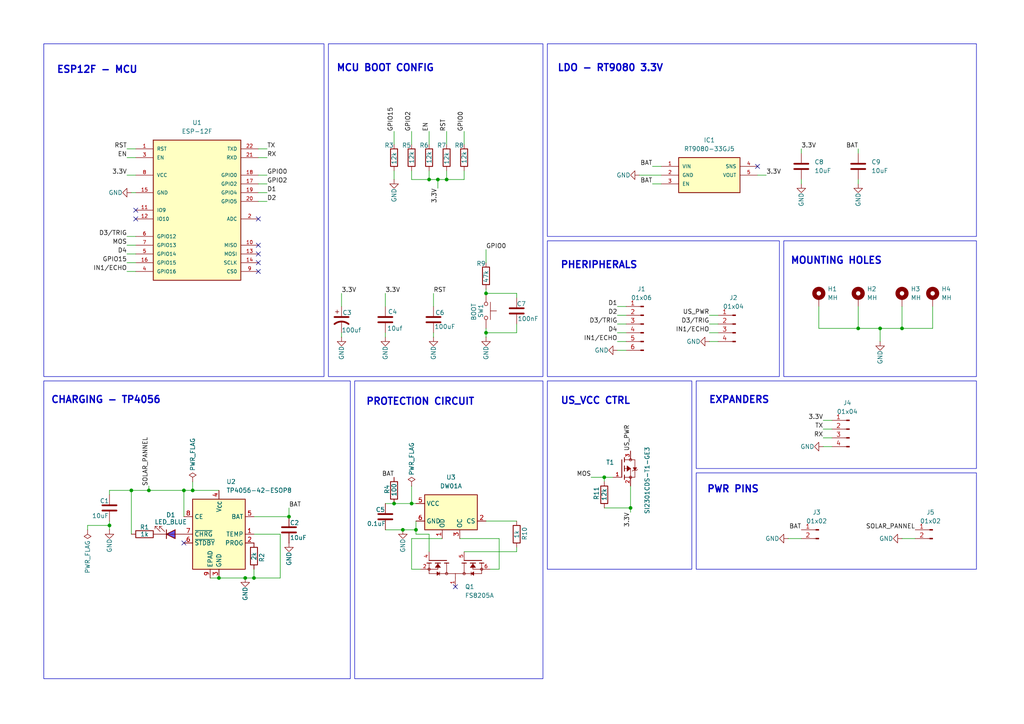
<source format=kicad_sch>
(kicad_sch (version 20250114) (generator "eeschema") (generator_version "9.0")
  (paper "A4")
  (title_block (title "TwinNode: Low-Power Water Level Monitor") (date "2026-01-01") (rev "V2") (company "Company : Collaboration") (comment 1 "Outdoor Node "))
  (lib_symbols
    (symbol "Battery_Management:DW01A"
      (property "Reference" "U" (at -6.604 6.35 0))
      (property "Value" "DW01A" (at 4.318 6.604 0))
      (symbol "DW01A_0_1"
        (pin power_in line (at -10.16 2.54 0) (length 2.54) (name "VCC") (number "5"))
        (pin power_in line (at -10.16 -2.54 0) (length 2.54) (name "GND") (number "6"))
        (pin output line (at -2.54 -7.62 90) (length 2.54) (name "OD") (number "1"))
        (pin output line (at 2.54 -7.62 90) (length 2.54) (name "OC") (number "3"))
        (pin input line (at 10.16 -2.54 180) (length 2.54) (name "CS") (number "2"))
      )
      (symbol "DW01A_1_1"
        (rectangle (start -7.62 5.08) (end 7.62 -5.08) (stroke (width 0.254)) (fill (type background)))
        (pin no_connect line (at 10.16 2.54 180) (length 2.54) (hide yes) (name "TD") (number "4"))
      )
    )
    (symbol "Battery_Management:TP4056-42-ESOP8"
      (property "Reference" "U" (at -6.604 11.684 0))
      (property "Value" "TP4056-42-ESOP8" (at 10.16 11.684 0))
      (symbol "TP4056-42-ESOP8_1_0"
        (pin input line (at -10.16 5.08 0) (length 2.54) (name "CE") (number "8"))
        (pin open_collector line (at -10.16 0 0) (length 2.54) (name "~{CHRG}") (number "7"))
        (pin open_collector line (at -10.16 -2.54 0) (length 2.54) (name "~{STDBY}") (number "6"))
        (pin passive line (at -2.54 -12.7 90) (length 2.54) (name "EPAD") (number "9"))
        (pin power_in line (at 0 12.7 270) (length 2.54) (name "V_{CC}") (number "4"))
        (pin power_in line (at 0 -12.7 90) (length 2.54) (name "GND") (number "3"))
        (pin power_out line (at 10.16 5.08 180) (length 2.54) (name "BAT") (number "5"))
        (pin input line (at 10.16 0 180) (length 2.54) (name "TEMP") (number "1"))
        (pin passive line (at 10.16 -2.54 180) (length 2.54) (name "PROG") (number "2"))
      )
      (symbol "TP4056-42-ESOP8_1_1"
        (rectangle (start -7.62 10.16) (end 7.62 -10.16) (stroke (width 0.254)) (fill (type background)))
      )
    )
    (symbol "Connector:Conn_01x02_Pin" (pin_names (offset 1.016) (hide yes))
      (property "Reference" "J" (at 0 2.54 0))
      (property "Value" "Conn_01x02_Pin" (at 0 -5.08 0))
      (symbol "Conn_01x02_Pin_1_1"
        (rectangle (start 0.8636 0.127) (end 0 -0.127) (stroke (width 0.1524)) (fill (type outline)))
        (rectangle (start 0.8636 -2.413) (end 0 -2.667) (stroke (width 0.1524)) (fill (type outline)))
        (polyline (pts (xy 1.27 0) (xy 0.8636 0)) (stroke (width 0.1524)))
        (polyline (pts (xy 1.27 -2.54) (xy 0.8636 -2.54)) (stroke (width 0.1524)))
        (pin passive line (at 5.08 0 180) (length 3.81) (name "Pin_1") (number "1"))
        (pin passive line (at 5.08 -2.54 180) (length 3.81) (name "Pin_2") (number "2"))
      )
    )
    (symbol "Connector:Conn_01x04_Pin" (pin_names (offset 1.016) (hide yes))
      (property "Reference" "J" (at 0 5.08 0))
      (property "Value" "Conn_01x04_Pin" (at 0 -7.62 0))
      (symbol "Conn_01x04_Pin_1_1"
        (rectangle (start 0.8636 2.667) (end 0 2.413) (stroke (width 0.1524)) (fill (type outline)))
        (rectangle (start 0.8636 0.127) (end 0 -0.127) (stroke (width 0.1524)) (fill (type outline)))
        (rectangle (start 0.8636 -2.413) (end 0 -2.667) (stroke (width 0.1524)) (fill (type outline)))
        (rectangle (start 0.8636 -4.953) (end 0 -5.207) (stroke (width 0.1524)) (fill (type outline)))
        (polyline (pts (xy 1.27 2.54) (xy 0.8636 2.54)) (stroke (width 0.1524)))
        (polyline (pts (xy 1.27 0) (xy 0.8636 0)) (stroke (width 0.1524)))
        (polyline (pts (xy 1.27 -2.54) (xy 0.8636 -2.54)) (stroke (width 0.1524)))
        (polyline (pts (xy 1.27 -5.08) (xy 0.8636 -5.08)) (stroke (width 0.1524)))
        (pin passive line (at 5.08 2.54 180) (length 3.81) (name "Pin_1") (number "1"))
        (pin passive line (at 5.08 0 180) (length 3.81) (name "Pin_2") (number "2"))
        (pin passive line (at 5.08 -2.54 180) (length 3.81) (name "Pin_3") (number "3"))
        (pin passive line (at 5.08 -5.08 180) (length 3.81) (name "Pin_4") (number "4"))
      )
    )
    (symbol "Connector:Conn_01x06_Pin" (pin_names (offset 1.016) (hide yes))
      (property "Reference" "J" (at 0 7.62 0))
      (property "Value" "Conn_01x06_Pin" (at 0 -10.16 0))
      (symbol "Conn_01x06_Pin_1_1"
        (rectangle (start 0.8636 5.207) (end 0 4.953) (stroke (width 0.1524)) (fill (type outline)))
        (rectangle (start 0.8636 2.667) (end 0 2.413) (stroke (width 0.1524)) (fill (type outline)))
        (rectangle (start 0.8636 0.127) (end 0 -0.127) (stroke (width 0.1524)) (fill (type outline)))
        (rectangle (start 0.8636 -2.413) (end 0 -2.667) (stroke (width 0.1524)) (fill (type outline)))
        (rectangle (start 0.8636 -4.953) (end 0 -5.207) (stroke (width 0.1524)) (fill (type outline)))
        (rectangle (start 0.8636 -7.493) (end 0 -7.747) (stroke (width 0.1524)) (fill (type outline)))
        (polyline (pts (xy 1.27 5.08) (xy 0.8636 5.08)) (stroke (width 0.1524)))
        (polyline (pts (xy 1.27 2.54) (xy 0.8636 2.54)) (stroke (width 0.1524)))
        (polyline (pts (xy 1.27 0) (xy 0.8636 0)) (stroke (width 0.1524)))
        (polyline (pts (xy 1.27 -2.54) (xy 0.8636 -2.54)) (stroke (width 0.1524)))
        (polyline (pts (xy 1.27 -5.08) (xy 0.8636 -5.08)) (stroke (width 0.1524)))
        (polyline (pts (xy 1.27 -7.62) (xy 0.8636 -7.62)) (stroke (width 0.1524)))
        (pin passive line (at 5.08 5.08 180) (length 3.81) (name "Pin_1") (number "1"))
        (pin passive line (at 5.08 2.54 180) (length 3.81) (name "Pin_2") (number "2"))
        (pin passive line (at 5.08 0 180) (length 3.81) (name "Pin_3") (number "3"))
        (pin passive line (at 5.08 -2.54 180) (length 3.81) (name "Pin_4") (number "4"))
        (pin passive line (at 5.08 -5.08 180) (length 3.81) (name "Pin_5") (number "5"))
        (pin passive line (at 5.08 -7.62 180) (length 3.81) (name "Pin_6") (number "6"))
      )
    )
    (symbol "Device:C" (pin_numbers (hide yes)) (pin_names (offset 0.254))
      (property "Reference" "C" (at 0.635 2.54 0))
      (property "Value" "C" (at 0.635 -2.54 0))
      (symbol "C_0_1"
        (polyline (pts (xy -2.032 0.762) (xy 2.032 0.762)) (stroke (width 0.508)))
        (polyline (pts (xy -2.032 -0.762) (xy 2.032 -0.762)) (stroke (width 0.508)))
      )
      (symbol "C_1_1"
        (pin passive line (at 0 3.81 270) (length 2.794) (name "~") (number "1"))
        (pin passive line (at 0 -3.81 90) (length 2.794) (name "~") (number "2"))
      )
    )
    (symbol "Device:C_Polarized_US" (pin_numbers (hide yes)) (pin_names (offset 0.254) (hide yes))
      (property "Reference" "C" (at 0.635 2.54 0))
      (property "Value" "C_Polarized_US" (at 0.635 -2.54 0))
      (symbol "C_Polarized_US_0_1"
        (polyline (pts (xy -2.032 0.762) (xy 2.032 0.762)) (stroke (width 0.508)))
        (polyline (pts (xy -1.778 2.286) (xy -0.762 2.286)))
        (polyline (pts (xy -1.27 1.778) (xy -1.27 2.794)))
        (arc (start -2.032 -1.27) (mid 0 -0.5572) (end 2.032 -1.27) (stroke (width 0.508)))
      )
      (symbol "C_Polarized_US_1_1"
        (pin passive line (at 0 3.81 270) (length 2.794) (name "~") (number "1"))
        (pin passive line (at 0 -3.81 90) (length 3.302) (name "~") (number "2"))
      )
    )
    (symbol "Device:LED" (pin_numbers (hide yes)) (pin_names (offset 1.016) (hide yes))
      (property "Reference" "D1" (at 0 -5.588 0))
      (property "Value" "LED_BLUE" (at 0 -3.556 0))
      (symbol "LED_0_1"
        (polyline (pts (xy -3.048 -0.762) (xy -4.572 -2.286) (xy -3.81 -2.286) (xy -4.572 -2.286) (xy -4.572 -1.524)))
        (polyline (pts (xy -1.778 -0.762) (xy -3.302 -2.286) (xy -2.54 -2.286) (xy -3.302 -2.286) (xy -3.302 -1.524)))
        (polyline (pts (xy -1.27 0) (xy 1.27 0)))
        (polyline (pts (xy -1.27 -1.27) (xy -1.27 1.27)) (stroke (width 0.254)))
        (polyline (pts (xy 1.27 -1.27) (xy 1.27 1.27) (xy -1.27 0) (xy 1.27 -1.27)) (stroke (width 0.254)) (fill (type color) (color 0 0 255 0.65)))
      )
      (symbol "LED_1_1"
        (pin passive line (at -3.81 0 0) (length 2.54) (name "K") (number "1"))
        (pin passive line (at 3.81 0 180) (length 2.54) (name "A") (number "2"))
      )
    )
    (symbol "Device:R" (pin_numbers (hide yes)) (pin_names (offset 0))
      (property "Reference" "R" (at 2.032 0 90))
      (property "Value" "R" (at 0 0 90))
      (symbol "R_0_1"
        (rectangle (start -1.016 -2.54) (end 1.016 2.54) (stroke (width 0.254)))
      )
      (symbol "R_1_1"
        (pin passive line (at 0 3.81 270) (length 1.27) (name "~") (number "1"))
        (pin passive line (at 0 -3.81 90) (length 1.27) (name "~") (number "2"))
      )
    )
    (symbol "ESP-12F:ESP-12F" (pin_names (offset 1.016))
      (property "Reference" "U" (at -12.7254 22.9057 0))
      (property "Value" "ESP-12F" (at -12.7237 -22.9026 0))
      (symbol "ESP-12F_0_0"
        (rectangle (start -12.7 -20.32) (end 12.7 20.32) (stroke (width 0.254)) (fill (type background)))
        (pin bidirectional line (at -17.78 17.78 0) (length 5.08) (name "RST") (number "1"))
        (pin bidirectional line (at -17.78 15.24 0) (length 5.08) (name "EN") (number "3"))
        (pin bidirectional line (at -17.78 10.16 0) (length 5.08) (name "VCC") (number "8"))
        (pin bidirectional line (at -17.78 5.08 0) (length 5.08) (name "GND") (number "15"))
        (pin bidirectional line (at -17.78 0 0) (length 5.08) (name "IO9") (number "11"))
        (pin bidirectional line (at -17.78 -2.54 0) (length 5.08) (name "IO10") (number "12"))
        (pin bidirectional line (at -17.78 -7.62 0) (length 5.08) (name "GPIO12") (number "6"))
        (pin bidirectional line (at -17.78 -10.16 0) (length 5.08) (name "GPIO13") (number "7"))
        (pin bidirectional line (at -17.78 -12.7 0) (length 5.08) (name "GPIO14") (number "5"))
        (pin bidirectional line (at -17.78 -15.24 0) (length 5.08) (name "GPIO15") (number "16"))
        (pin bidirectional line (at -17.78 -17.78 0) (length 5.08) (name "GPIO16") (number "4"))
        (pin bidirectional line (at 17.78 17.78 180) (length 5.08) (name "TXD") (number "22"))
        (pin bidirectional line (at 17.78 15.24 180) (length 5.08) (name "RXD") (number "21"))
        (pin bidirectional line (at 17.78 10.16 180) (length 5.08) (name "GPIO0") (number "18"))
        (pin bidirectional line (at 17.78 7.62 180) (length 5.08) (name "GPIO2") (number "17"))
        (pin bidirectional line (at 17.78 5.08 180) (length 5.08) (name "GPIO4") (number "19"))
        (pin bidirectional line (at 17.78 2.54 180) (length 5.08) (name "GPIO5") (number "20"))
        (pin bidirectional line (at 17.78 -2.54 180) (length 5.08) (name "ADC") (number "2"))
        (pin bidirectional line (at 17.78 -10.16 180) (length 5.08) (name "MISO") (number "10"))
        (pin bidirectional line (at 17.78 -12.7 180) (length 5.08) (name "MOSI") (number "13"))
        (pin bidirectional line (at 17.78 -15.24 180) (length 5.08) (name "SCLK") (number "14"))
        (pin bidirectional line (at 17.78 -17.78 180) (length 5.08) (name "CS0") (number "9"))
      )
    )
    (symbol "FS8205A:FS8205A" (pin_names (offset 1.016))
      (property "Reference" "Q" (at -11.43 7.62 0))
      (property "Value" "FS8205A" (at -11.43 -12.7 0))
      (symbol "FS8205A_0_0"
        (polyline (pts (xy -2.54 7.62) (xy -2.54 2.54)) (stroke (width 0.254)))
        (polyline (pts (xy -2.54 -2.54) (xy -2.54 -7.62)) (stroke (width 0.254)))
        (polyline (pts (xy -1.778 8.255) (xy -1.778 7.62)) (stroke (width 0.254)))
        (polyline (pts (xy -1.778 7.62) (xy -1.778 6.985)) (stroke (width 0.254)))
        (polyline (pts (xy -1.778 7.62) (xy 1.27 7.62)) (stroke (width 0.1524)))
        (polyline (pts (xy -1.778 5.842) (xy -1.778 5.08)) (stroke (width 0.254)))
        (polyline (pts (xy -1.778 5.08) (xy -1.778 4.318)) (stroke (width 0.254)))
        (polyline (pts (xy -1.778 5.08) (xy 0 5.08)) (stroke (width 0.1524)))
        (polyline (pts (xy -1.778 3.175) (xy -1.778 2.54)) (stroke (width 0.254)))
        (polyline (pts (xy -1.778 2.54) (xy -1.778 1.905)) (stroke (width 0.254)))
        (polyline (pts (xy -1.778 -1.905) (xy -1.778 -2.54)) (stroke (width 0.254)))
        (polyline (pts (xy -1.778 -2.54) (xy -1.778 -3.175)) (stroke (width 0.254)))
        (polyline (pts (xy -1.778 -2.54) (xy 1.27 -2.54)) (stroke (width 0.1524)))
        (polyline (pts (xy -1.778 -4.318) (xy -1.778 -5.08)) (stroke (width 0.254)))
        (polyline (pts (xy -1.778 -5.08) (xy -1.778 -5.842)) (stroke (width 0.254)))
        (polyline (pts (xy -1.778 -5.08) (xy 0 -5.08)) (stroke (width 0.1524)))
        (polyline (pts (xy -1.778 -6.985) (xy -1.778 -7.62)) (stroke (width 0.254)))
        (polyline (pts (xy -1.778 -7.62) (xy -1.778 -8.255)) (stroke (width 0.254)))
        (polyline (pts (xy -1.524 5.08) (xy -0.508 5.842) (xy -0.508 4.318) (xy -1.524 5.08)) (stroke (width 0.1524)) (fill (type outline)))
        (polyline (pts (xy -1.524 -5.08) (xy -0.508 -4.318) (xy -0.508 -5.842) (xy -1.524 -5.08)) (stroke (width 0.1524)) (fill (type outline)))
        (circle (center 0 7.62) (radius 0.3592))
        (polyline (pts (xy 0 7.62) (xy 0 5.08)) (stroke (width 0.1524)))
        (polyline (pts (xy 0 -5.08) (xy 0 -7.62)) (stroke (width 0.1524)))
        (polyline (pts (xy 0 -7.62) (xy -1.778 -7.62)) (stroke (width 0.1524)))
        (polyline (pts (xy 0 -7.62) (xy 1.27 -7.62)) (stroke (width 0.1524)))
        (circle (center 0 -7.62) (radius 0.3592))
        (polyline (pts (xy 0.762 4.572) (xy 1.27 4.572)) (stroke (width 0.1524)))
        (polyline (pts (xy 1.27 4.572) (xy 1.27 7.62)) (stroke (width 0.1524)))
        (polyline (pts (xy 1.27 4.572) (xy 1.778 4.572)) (stroke (width 0.1524)))
        (polyline (pts (xy 1.27 4.572) (xy 1.778 5.334) (xy 0.762 5.334) (xy 1.27 4.572)) (stroke (width 0.1524)) (fill (type outline)))
        (polyline (pts (xy 1.27 2.54) (xy -1.778 2.54)) (stroke (width 0.1524)))
        (polyline (pts (xy 1.27 2.54) (xy 1.27 4.572)) (stroke (width 0.1524)))
        (circle (center 1.27 2.54) (radius 0.3592))
        (polyline (pts (xy 1.27 0) (xy 1.27 2.54)) (stroke (width 0.1524)))
        (polyline (pts (xy 1.27 0) (xy 2.54 0)) (stroke (width 0.1524)))
        (polyline (pts (xy 1.27 -2.54) (xy 1.27 0)) (stroke (width 0.1524)))
        (polyline (pts (xy 1.27 -2.54) (xy 1.27 -4.572)) (stroke (width 0.1524)))
        (circle (center 1.27 -2.54) (radius 0.3592))
        (polyline (pts (xy 1.27 -4.572) (xy 0.762 -4.572)) (stroke (width 0.1524)))
        (polyline (pts (xy 1.27 -4.572) (xy 1.27 -7.62)) (stroke (width 0.1524)))
        (polyline (pts (xy 1.27 -4.572) (xy 0.762 -5.334) (xy 1.778 -5.334) (xy 1.27 -4.572)) (stroke (width 0.1524)) (fill (type outline)))
        (polyline (pts (xy 1.778 -4.572) (xy 1.27 -4.572)) (stroke (width 0.1524)))
        (pin passive line (at -5.08 2.54 0) (length 2.54) (name "~") (number "5"))
        (pin passive line (at -5.08 -7.62 0) (length 2.54) (name "~") (number "4"))
        (pin passive line (at 0 10.16 270) (length 2.54) (name "~") (number "6"))
        (pin passive line (at 0 10.16 270) (length 2.54) (hide yes) (name "~") (number "7"))
        (pin passive line (at 0 -10.16 90) (length 2.54) (name "~") (number "2"))
        (pin passive line (at 0 -10.16 90) (length 2.54) (hide yes) (name "~") (number "3"))
        (pin passive line (at 5.08 0 180) (length 2.54) (name "~") (number "1"))
        (pin passive line (at 5.08 0 180) (length 2.54) (hide yes) (name "~") (number "8"))
      )
    )
    (symbol "Mechanical:MountingHole_Pad" (pin_numbers (hide yes)) (pin_names (offset 1.016) (hide yes)) (in_bom no)
      (property "Reference" "H" (at 0 6.35 0))
      (property "Value" "MountingHole_Pad" (at 0 4.445 0))
      (symbol "MountingHole_Pad_0_1"
        (circle (center 0 1.27) (radius 1.27) (stroke (width 1.27)))
      )
      (symbol "MountingHole_Pad_1_1"
        (pin input line (at 0 -2.54 90) (length 2.54) (name "1") (number "1"))
      )
    )
    (symbol "RT9080-33GJ5:RT9080-33GJ5" (pin_names (offset 1.016))
      (property "Reference" "IC" (at 24.13 7.62 0))
      (property "Value" "RT9080-33GJ5" (at 24.13 5.08 0))
      (symbol "RT9080-33GJ5_0_0"
        (rectangle (start 5.08 -7.62) (end 22.86 2.54) (stroke (width 0.254)) (fill (type background)))
        (pin bidirectional line (at 0 0 0) (length 5.08) (name "VIN") (number "1"))
        (pin bidirectional line (at 0 -2.54 0) (length 5.08) (name "GND") (number "2"))
        (pin bidirectional line (at 0 -5.08 0) (length 5.08) (name "EN") (number "3"))
        (pin bidirectional line (at 27.94 0 180) (length 5.08) (name "SNS") (number "4"))
        (pin bidirectional line (at 27.94 -2.54 180) (length 5.08) (name "VOUT") (number "5"))
      )
    )
    (symbol "SI2301CDS-T1-GE3:SI2301CDS-T1-GE3" (pin_names (offset 1.016))
      (property "Value" "SI2301CDS-T1-GE3" (at -6.35 -3.81 0))
      (symbol "SI2301CDS-T1-GE3_0_0"
        (polyline (pts (xy 0 -2.54) (xy 0 2.54)) (stroke (width 0.254)))
        (polyline (pts (xy 0.762 2.54) (xy 0.762 3.175)) (stroke (width 0.254)))
        (polyline (pts (xy 0.762 1.905) (xy 0.762 2.54)) (stroke (width 0.254)))
        (polyline (pts (xy 0.762 0) (xy 0.762 0.762)) (stroke (width 0.254)))
        (polyline (pts (xy 0.762 0) (xy 2.54 0)) (stroke (width 0.1524)))
        (polyline (pts (xy 0.762 -0.762) (xy 0.762 0)) (stroke (width 0.254)))
        (polyline (pts (xy 0.762 -2.54) (xy 0.762 -1.905)) (stroke (width 0.254)))
        (polyline (pts (xy 0.762 -2.54) (xy 3.81 -2.54)) (stroke (width 0.1524)))
        (polyline (pts (xy 0.762 -3.175) (xy 0.762 -2.54)) (stroke (width 0.254)))
        (polyline (pts (xy 2.54 2.54) (xy 0.762 2.54)) (stroke (width 0.1524)))
        (polyline (pts (xy 2.54 2.54) (xy 3.81 2.54)) (stroke (width 0.1524)))
        (circle (center 2.54 2.54) (radius 0.3592))
        (polyline (pts (xy 2.54 0) (xy 2.54 2.54)) (stroke (width 0.1524)))
        (polyline (pts (xy 2.54 0) (xy 1.524 0.762) (xy 1.524 -0.762) (xy 2.54 0)) (stroke (width 0.1524)) (fill (type outline)))
        (circle (center 2.54 -2.54) (radius 0.3592))
        (polyline (pts (xy 3.048 0.762) (xy 3.302 0.508)) (stroke (width 0.1524)))
        (polyline (pts (xy 3.302 0.508) (xy 3.81 0.508)) (stroke (width 0.1524)))
        (polyline (pts (xy 3.81 0.508) (xy 3.81 2.54)) (stroke (width 0.1524)))
        (polyline (pts (xy 3.81 0.508) (xy 4.318 0.508)) (stroke (width 0.1524)))
        (polyline (pts (xy 3.81 0.508) (xy 4.318 -0.254) (xy 3.302 -0.254) (xy 3.81 0.508)) (stroke (width 0.1524)) (fill (type outline)))
        (polyline (pts (xy 3.81 -2.54) (xy 3.81 0.508)) (stroke (width 0.1524)))
        (polyline (pts (xy 4.318 0.508) (xy 4.572 0.254)) (stroke (width 0.1524)))
        (pin passive line (at -2.54 2.54 0) (length 2.54) (name "~") (number "1"))
        (pin passive line (at 2.54 5.08 270) (length 2.54) (name "~") (number "2"))
        (pin passive line (at 2.54 -5.08 90) (length 2.54) (name "~") (number "3"))
      )
    )
    (symbol "Switch:SW_Push" (pin_numbers (hide yes)) (pin_names (offset 1.016) (hide yes))
      (property "Reference" "SW" (at 1.27 2.54 0))
      (property "Value" "SW_Push" (at 0 -1.524 0))
      (symbol "SW_Push_0_1"
        (circle (center -2.032 0) (radius 0.508))
        (polyline (pts (xy 0 1.27) (xy 0 3.048)))
        (circle (center 2.032 0) (radius 0.508))
        (polyline (pts (xy 2.54 1.27) (xy -2.54 1.27)))
        (pin passive line (at -5.08 0 0) (length 2.54) (name "1") (number "1"))
        (pin passive line (at 5.08 0 180) (length 2.54) (name "2") (number "2"))
      )
    )
    (symbol "power:GND" (power) (pin_numbers (hide yes)) (pin_names (offset 0) (hide yes))
      (property "Value" "GND" (at 0 -3.81 0))
      (symbol "GND_0_1"
        (polyline (pts (xy 0 0) (xy 0 -1.27) (xy 1.27 -1.27) (xy 0 -2.54) (xy -1.27 -1.27) (xy 0 -1.27)))
      )
      (symbol "GND_1_1"
        (pin power_in line (at 0 0 270) (length 0) (name "~") (number "1"))
      )
    )
    (symbol "power:PWR_FLAG" (power) (pin_numbers (hide yes)) (pin_names (offset 0) (hide yes))
      (property "Value" "PWR_FLAG" (at 0 3.81 0))
      (symbol "PWR_FLAG_0_0"
        (pin power_out line (at 0 0 90) (length 0) (name "~") (number "1"))
      )
      (symbol "PWR_FLAG_0_1"
        (polyline (pts (xy 0 0) (xy 0 1.27) (xy -1.016 1.905) (xy 0 2.54) (xy 1.016 1.905) (xy 0 1.27)))
      )
    )
  )
  (rectangle (start 158.75 12.7) (end 283.21 68.58))
  (rectangle (start 102.87 110.49) (end 157.48 196.85))
  (rectangle (start 158.75 69.85) (end 226.06 109.22))
  (rectangle (start 201.93 110.49) (end 283.21 135.89))
  (rectangle (start 201.93 137.16) (end 283.21 165.1))
  (rectangle (start 12.7 110.49) (end 101.6 196.85))
  (rectangle (start 95.25 12.7) (end 157.48 109.22))
  (rectangle (start 12.7 12.7) (end 93.98 109.22))
  (rectangle (start 227.33 69.85) (end 283.21 109.22))
  (rectangle (start 158.75 110.49) (end 200.66 165.1))
  (text "MCU BOOT CONFIG" (at 111.76 19.812 0) (effects (font (size 2 2) (thickness 0.4) (bold yes))))
  (text "LDO - RT9080 3.3V\n" (at 177.038 19.812 0) (effects (font (size 2 2) (thickness 0.4) (bold yes))))
  (text "US_VCC CTRL" (at 172.72 116.332 0) (effects (font (size 2 2) (thickness 0.4) (bold yes))))
  (text "ESP12F - MCU\n" (at 28.194 20.32 0) (effects (font (size 2 2) (thickness 0.4) (bold yes))))
  (text "PWR PINS\n" (at 212.598 141.986 0) (effects (font (size 2 2) (thickness 0.4) (bold yes))))
  (text "CHARGING - TP4056" (at 30.734 116.078 0) (effects (font (size 2 2) (thickness 0.4) (bold yes))))
  (text "PHERIPHERALS\n" (at 173.736 76.962 0) (effects (font (size 2 2) (thickness 0.4) (bold yes))))
  (text "EXPANDERS\n" (at 214.376 116.078 0) (effects (font (size 2 2) (thickness 0.4) (bold yes))))
  (text "MOUNTING HOLES\n" (at 242.57 75.692 0) (effects (font (size 2 2) (thickness 0.4) (bold yes))))
  (text "PROTECTION CIRCUIT" (at 121.92 116.586 0) (effects (font (size 2 2) (thickness 0.4) (bold yes))))
  (junction (at 31.75 152.4))
  (junction (at 248.92 95.25))
  (junction (at 55.88 142.24))
  (junction (at 129.54 52.07))
  (junction (at 255.27 95.25))
  (junction (at 127 52.07))
  (junction (at 71.12 167.64))
  (junction (at 43.18 142.24))
  (junction (at 140.97 96.52))
  (junction (at 175.26 138.43))
  (junction (at 116.84 153.67))
  (junction (at 38.1 142.24))
  (junction (at 182.88 147.32))
  (junction (at 119.38 146.05))
  (junction (at 140.97 85.09))
  (junction (at 53.34 142.24))
  (junction (at 124.46 52.07))
  (junction (at 73.66 167.64))
  (junction (at 120.65 153.67))
  (junction (at 63.5 167.64))
  (junction (at 114.3 146.05))
  (junction (at 83.82 149.86))
  (junction (at 261.62 95.25))
  (no_connect (at 39.37 63.5))
  (no_connect (at 53.34 157.48))
  (no_connect (at 219.71 48.26))
  (no_connect (at 74.93 73.66))
  (no_connect (at 132.08 170.18))
  (no_connect (at 74.93 78.74))
  (no_connect (at 74.93 71.12))
  (no_connect (at 74.93 63.5))
  (no_connect (at 74.93 76.2))
  (no_connect (at 39.37 60.96))
  (wire (pts (xy 119.38 49.53) (xy 119.38 52.07)))
  (wire (pts (xy 237.49 95.25) (xy 248.92 95.25)))
  (wire (pts (xy 31.75 142.24) (xy 38.1 142.24)))
  (wire (pts (xy 127 52.07) (xy 129.54 52.07)))
  (wire (pts (xy 53.34 142.24) (xy 55.88 142.24)))
  (wire (pts (xy 36.83 78.74) (xy 39.37 78.74)))
  (wire (pts (xy 248.92 88.9) (xy 248.92 95.25)))
  (wire (pts (xy 140.97 151.13) (xy 149.86 151.13)))
  (wire (pts (xy 77.47 58.42) (xy 74.93 58.42)))
  (wire (pts (xy 232.41 53.34) (xy 232.41 52.07)))
  (wire (pts (xy 60.96 167.64) (xy 63.5 167.64)))
  (wire (pts (xy 149.86 93.98) (xy 149.86 96.52)))
  (wire (pts (xy 77.47 55.88) (xy 74.93 55.88)))
  (wire (pts (xy 255.27 95.25) (xy 261.62 95.25)))
  (wire (pts (xy 77.47 53.34) (xy 74.93 53.34)))
  (wire (pts (xy 120.65 151.13) (xy 120.65 153.67)))
  (wire (pts (xy 129.54 49.53) (xy 129.54 52.07)))
  (wire (pts (xy 119.38 146.05) (xy 120.65 146.05)))
  (wire (pts (xy 238.76 129.54) (xy 241.3 129.54)))
  (wire (pts (xy 114.3 49.53) (xy 114.3 52.07)))
  (wire (pts (xy 140.97 96.52) (xy 140.97 95.25)))
  (wire (pts (xy 238.76 127) (xy 241.3 127)))
  (wire (pts (xy 81.28 154.94) (xy 81.28 167.64)))
  (wire (pts (xy 142.24 165.1) (xy 144.78 165.1)))
  (wire (pts (xy 134.62 160.02) (xy 149.86 160.02)))
  (wire (pts (xy 185.42 50.8) (xy 191.77 50.8)))
  (wire (pts (xy 140.97 72.39) (xy 140.97 76.2)))
  (wire (pts (xy 43.18 140.97) (xy 43.18 142.24)))
  (wire (pts (xy 43.18 142.24) (xy 53.34 142.24)))
  (wire (pts (xy 255.27 99.06) (xy 255.27 95.25)))
  (wire (pts (xy 119.38 140.97) (xy 119.38 146.05)))
  (wire (pts (xy 124.46 52.07) (xy 127 52.07)))
  (wire (pts (xy 73.66 167.64) (xy 71.12 167.64)))
  (wire (pts (xy 228.6 156.21) (xy 232.41 156.21)))
  (wire (pts (xy 125.73 96.52) (xy 125.73 97.79)))
  (wire (pts (xy 232.41 43.18) (xy 232.41 44.45)))
  (wire (pts (xy 270.51 95.25) (xy 261.62 95.25)))
  (wire (pts (xy 179.07 99.06) (xy 181.61 99.06)))
  (wire (pts (xy 179.07 91.44) (xy 181.61 91.44)))
  (wire (pts (xy 179.07 96.52) (xy 181.61 96.52)))
  (wire (pts (xy 53.34 149.86) (xy 53.34 142.24)))
  (wire (pts (xy 99.06 96.52) (xy 99.06 97.79)))
  (wire (pts (xy 205.74 93.98) (xy 208.28 93.98)))
  (wire (pts (xy 36.83 50.8) (xy 39.37 50.8)))
  (wire (pts (xy 149.86 85.09) (xy 149.86 86.36)))
  (wire (pts (xy 36.83 71.12) (xy 39.37 71.12)))
  (wire (pts (xy 140.97 97.79) (xy 140.97 96.52)))
  (wire (pts (xy 119.38 38.1) (xy 119.38 41.91)))
  (wire (pts (xy 248.92 53.34) (xy 248.92 52.07)))
  (wire (pts (xy 55.88 142.24) (xy 63.5 142.24)))
  (wire (pts (xy 77.47 45.72) (xy 74.93 45.72)))
  (wire (pts (xy 237.49 88.9) (xy 237.49 95.25)))
  (wire (pts (xy 175.26 138.43) (xy 177.8 138.43)))
  (wire (pts (xy 124.46 38.1) (xy 124.46 41.91)))
  (wire (pts (xy 114.3 146.05) (xy 119.38 146.05)))
  (wire (pts (xy 71.12 167.64) (xy 63.5 167.64)))
  (wire (pts (xy 205.74 96.52) (xy 208.28 96.52)))
  (wire (pts (xy 255.27 95.25) (xy 248.92 95.25)))
  (wire (pts (xy 36.83 73.66) (xy 39.37 73.66)))
  (wire (pts (xy 144.78 165.1) (xy 144.78 156.21)))
  (wire (pts (xy 182.88 148.59) (xy 182.88 147.32)))
  (wire (pts (xy 25.4 153.67) (xy 25.4 152.4)))
  (wire (pts (xy 124.46 160.02) (xy 124.46 154.94)))
  (wire (pts (xy 36.83 76.2) (xy 39.37 76.2)))
  (wire (pts (xy 140.97 85.09) (xy 149.86 85.09)))
  (wire (pts (xy 55.88 139.7) (xy 55.88 142.24)))
  (wire (pts (xy 238.76 121.92) (xy 241.3 121.92)))
  (wire (pts (xy 36.83 45.72) (xy 39.37 45.72)))
  (wire (pts (xy 36.83 43.18) (xy 39.37 43.18)))
  (wire (pts (xy 124.46 52.07) (xy 124.46 49.53)))
  (wire (pts (xy 119.38 156.21) (xy 119.38 165.1)))
  (wire (pts (xy 73.66 154.94) (xy 81.28 154.94)))
  (wire (pts (xy 144.78 156.21) (xy 133.35 156.21)))
  (wire (pts (xy 111.76 85.09) (xy 111.76 88.9)))
  (wire (pts (xy 119.38 52.07) (xy 124.46 52.07)))
  (wire (pts (xy 125.73 85.09) (xy 125.73 88.9)))
  (wire (pts (xy 83.82 147.32) (xy 83.82 149.86)))
  (wire (pts (xy 114.3 38.1) (xy 114.3 41.91)))
  (wire (pts (xy 31.75 142.24) (xy 31.75 143.51)))
  (wire (pts (xy 31.75 152.4) (xy 31.75 151.13)))
  (wire (pts (xy 119.38 165.1) (xy 121.92 165.1)))
  (wire (pts (xy 116.84 153.67) (xy 111.76 153.67)))
  (wire (pts (xy 111.76 146.05) (xy 114.3 146.05)))
  (wire (pts (xy 31.75 153.67) (xy 31.75 152.4)))
  (wire (pts (xy 129.54 52.07) (xy 134.62 52.07)))
  (wire (pts (xy 25.4 152.4) (xy 31.75 152.4)))
  (wire (pts (xy 111.76 96.52) (xy 111.76 97.79)))
  (wire (pts (xy 73.66 165.1) (xy 73.66 167.64)))
  (wire (pts (xy 140.97 83.82) (xy 140.97 85.09)))
  (wire (pts (xy 261.62 156.21) (xy 265.43 156.21)))
  (wire (pts (xy 205.74 99.06) (xy 208.28 99.06)))
  (wire (pts (xy 120.65 154.94) (xy 120.65 153.67)))
  (wire (pts (xy 77.47 43.18) (xy 74.93 43.18)))
  (wire (pts (xy 261.62 88.9) (xy 261.62 95.25)))
  (wire (pts (xy 238.76 124.46) (xy 241.3 124.46)))
  (wire (pts (xy 189.23 48.26) (xy 191.77 48.26)))
  (wire (pts (xy 127 52.07) (xy 127 54.61)))
  (wire (pts (xy 38.1 142.24) (xy 38.1 154.94)))
  (wire (pts (xy 205.74 91.44) (xy 208.28 91.44)))
  (wire (pts (xy 99.06 85.09) (xy 99.06 88.9)))
  (wire (pts (xy 120.65 153.67) (xy 116.84 153.67)))
  (wire (pts (xy 182.88 147.32) (xy 182.88 140.97)))
  (wire (pts (xy 189.23 53.34) (xy 191.77 53.34)))
  (wire (pts (xy 179.07 93.98) (xy 181.61 93.98)))
  (wire (pts (xy 124.46 154.94) (xy 120.65 154.94)))
  (wire (pts (xy 38.1 55.88) (xy 39.37 55.88)))
  (wire (pts (xy 81.28 167.64) (xy 73.66 167.64)))
  (wire (pts (xy 36.83 68.58) (xy 39.37 68.58)))
  (wire (pts (xy 179.07 88.9) (xy 181.61 88.9)))
  (wire (pts (xy 171.45 138.43) (xy 175.26 138.43)))
  (wire (pts (xy 179.07 101.6) (xy 181.61 101.6)))
  (wire (pts (xy 129.54 38.1) (xy 129.54 41.91)))
  (wire (pts (xy 175.26 138.43) (xy 175.26 139.7)))
  (wire (pts (xy 222.25 50.8) (xy 219.71 50.8)))
  (wire (pts (xy 149.86 160.02) (xy 149.86 158.75)))
  (wire (pts (xy 38.1 142.24) (xy 43.18 142.24)))
  (wire (pts (xy 270.51 88.9) (xy 270.51 95.25)))
  (wire (pts (xy 149.86 96.52) (xy 140.97 96.52)))
  (wire (pts (xy 248.92 43.18) (xy 248.92 44.45)))
  (wire (pts (xy 134.62 38.1) (xy 134.62 41.91)))
  (wire (pts (xy 134.62 49.53) (xy 134.62 52.07)))
  (wire (pts (xy 73.66 149.86) (xy 83.82 149.86)))
  (wire (pts (xy 77.47 50.8) (xy 74.93 50.8)))
  (wire (pts (xy 175.26 147.32) (xy 182.88 147.32)))
  (wire (pts (xy 128.27 156.21) (xy 119.38 156.21)))
  (label "3.3V" (at 111.76 85.09 0))
  (label "GPIO0" (at 77.47 50.8 0))
  (label "EN" (at 36.83 45.72 180))
  (label "3.3V" (at 182.88 148.59 270))
  (label "RST" (at 125.73 85.09 0))
  (label "US_PWR" (at 205.74 91.44 180))
  (label "D4" (at 36.83 73.66 180))
  (label "GPIO0" (at 140.97 72.39 0))
  (label "RST" (at 36.83 43.18 180))
  (label "GPIO0" (at 134.62 38.1 90))
  (label "D1" (at 77.47 55.88 0))
  (label "MOS" (at 171.45 138.43 180))
  (label "IN1{slash}ECHO" (at 179.07 99.06 180))
  (label "D4" (at 179.07 96.52 180))
  (label "SOLAR_PANNEL" (at 43.18 140.97 90))
  (label "BAT" (at 232.41 153.67 180))
  (label "GPIO15" (at 114.3 38.1 90))
  (label "D3{slash}TRIG" (at 179.07 93.98 180))
  (label "3.3V" (at 222.25 50.8 0))
  (label "IN1{slash}ECHO" (at 36.83 78.74 180))
  (label "BAT" (at 83.82 147.32 0))
  (label "3.3V" (at 36.83 50.8 180))
  (label "D2" (at 77.47 58.42 0))
  (label "RX" (at 238.76 127 180))
  (label "IN1{slash}ECHO" (at 205.74 96.52 180))
  (label "3.3V" (at 232.41 43.18 0))
  (label "BAT" (at 248.92 43.18 180))
  (label "TX" (at 77.47 43.18 0))
  (label "3.3V" (at 127 54.61 270))
  (label "EN" (at 124.46 38.1 90))
  (label "SOLAR_PANNEL" (at 265.43 153.67 180))
  (label "GPIO2" (at 119.38 38.1 90))
  (label "BAT" (at 189.23 53.34 180))
  (label "D1" (at 179.07 88.9 180))
  (label "D2" (at 179.07 91.44 180))
  (label "BAT" (at 114.3 138.43 180))
  (label "GPIO15" (at 36.83 76.2 180))
  (label "BAT" (at 189.23 48.26 180))
  (label "D3{slash}TRIG" (at 36.83 68.58 180))
  (label "MOS" (at 36.83 71.12 180))
  (label "GPIO2" (at 77.47 53.34 0))
  (label "3.3V" (at 99.06 85.09 0))
  (label "RX" (at 77.47 45.72 0))
  (label "RST" (at 129.54 38.1 90))
  (label "TX" (at 238.76 124.46 180))
  (label "D3{slash}TRIG" (at 205.74 93.98 180))
  (label "US_PWR" (at 182.88 130.81 90))
  (label "3.3V" (at 238.76 121.92 180))
  (symbol (lib_id "Mechanical:MountingHole_Pad") (at 248.92 86.36 0) (unit 1) (in_bom no)
    (property "Reference" "H2" (at 251.46 83.8199 0) (effects (justify left)))
    (property "Value" "MH" (at 251.46 86.3599 0) (effects (justify left)))
    (property "Footprint" "MountingHole:MountingHole_3.2mm_M3_Pad_Via" (effects (hide yes)))
    (property "Description" "Mounting Hole with connection" (effects (hide yes)))
  )
  (symbol (lib_id "ESP-12F:ESP-12F") (at 57.15 60.96 0) (unit 1)
    (property "Reference" "U1" (at 57.15 35.56 0))
    (property "Value" "ESP-12F" (at 57.15 38.1 0))
    (property "Footprint" "ESP-12F:ESP-12F" (effects (hide yes)))
    (property "MF" "AI-Thinker" (effects (hide yes)))
    (property "Description_1" "WiFi Module" (effects (hide yes)))
    (property "Package" "Package" (effects (hide yes)))
    (property "Price" "None" (effects (hide yes)))
    (property "SnapEDA_Link" "https://www.snapeda.com/parts/ESP-12F/AI-Thinker/view-part/?ref=snap" (effects (hide yes)))
    (property "MP" "ESP-12F" (effects (hide yes)))
    (property "Availability" "Not in stock" (effects (hide yes)))
    (property "Check_prices" "https://www.snapeda.com/parts/ESP-12F/AI-Thinker/view-part/?ref=eda" (effects (hide yes)))
  )
  (symbol (lib_id "power:GND") (at 31.75 153.67 0) (unit 1)
    (property "Reference" "#PWR01" (effects (hide yes)))
    (property "Value" "GND" (at 31.75 156.21 90) (effects (justify right)))
    (property "Description" "Power symbol creates a global label with name \"GND\" , ground" (effects (hide yes)))
  )
  (symbol (lib_id "power:GND") (at 179.07 101.6 270) (unit 1)
    (property "Reference" "#PWR011" (effects (hide yes)))
    (property "Value" "GND" (at 176.53 101.6 90) (effects (justify right)))
    (property "Description" "Power symbol creates a global label with name \"GND\" , ground" (effects (hide yes)))
  )
  (symbol (lib_id "power:GND") (at 116.84 153.67 0) (unit 1)
    (property "Reference" "#PWR08" (effects (hide yes)))
    (property "Value" "GND" (at 116.84 156.21 90) (effects (justify right)))
    (property "Description" "Power symbol creates a global label with name \"GND\" , ground" (effects (hide yes)))
  )
  (symbol (lib_id "power:GND") (at 232.41 53.34 0) (unit 1)
    (property "Reference" "#PWR015" (effects (hide yes)))
    (property "Value" "GND" (at 232.41 55.88 90) (effects (justify right)))
    (property "Description" "Power symbol creates a global label with name \"GND\" , ground" (effects (hide yes)))
  )
  (symbol (lib_id "Connector:Conn_01x02_Pin") (at 237.49 153.67 0) (mirror y) (unit 1)
    (property "Reference" "J3" (at 236.855 148.59 0))
    (property "Value" "01x02" (at 236.855 151.13 0))
    (property "Footprint" "Connector_JST:JST_SH_SM02B-SRSS-TB_1x02-1MP_P1.00mm_Horizontal" (effects (hide yes)))
    (property "Description" "Generic connector, single row, 01x02, script generated" (effects (hide yes)))
  )
  (symbol (lib_id "power:GND") (at 185.42 50.8 270) (unit 1)
    (property "Reference" "#PWR012" (effects (hide yes)))
    (property "Value" "GND" (at 182.88 50.8 90) (effects (justify right)))
    (property "Description" "Power symbol creates a global label with name \"GND\" , ground" (effects (hide yes)))
  )
  (symbol (lib_id "Connector:Conn_01x04_Pin") (at 246.38 124.46 0) (mirror y) (unit 1)
    (property "Reference" "J4" (at 245.745 116.84 0))
    (property "Value" "01x04" (at 245.745 119.38 0))
    (property "Footprint" "Connector_JST:JST_SH_SM04B-SRSS-TB_1x04-1MP_P1.00mm_Horizontal" (effects (hide yes)))
    (property "Description" "Generic connector, single row, 01x04, script generated" (effects (hide yes)))
  )
  (symbol (lib_id "power:GND") (at 125.73 97.79 0) (unit 1)
    (property "Reference" "#PWR09" (effects (hide yes)))
    (property "Value" "GND" (at 125.73 100.33 90) (effects (justify right)))
    (property "Description" "Power symbol creates a global label with name \"GND\" , ground" (effects (hide yes)))
  )
  (symbol (lib_id "power:PWR_FLAG") (at 119.38 140.97 0) (unit 1)
    (property "Reference" "#FLG03" (effects (hide yes)))
    (property "Value" "PWR_FLAG" (at 119.38 133.096 90))
    (property "Description" "Special symbol for telling ERC where power comes from" (effects (hide yes)))
  )
  (symbol (lib_id "Connector:Conn_01x06_Pin") (at 186.69 93.98 0) (mirror y) (unit 1)
    (property "Reference" "J1" (at 186.055 83.82 0))
    (property "Value" "01x06" (at 186.055 86.36 0))
    (property "Footprint" "Connector_JST:JST_SH_SM06B-SRSS-TB_1x06-1MP_P1.00mm_Horizontal" (effects (hide yes)))
    (property "Description" "Generic connector, single row, 01x06, script generated" (effects (hide yes)))
  )
  (symbol (lib_id "power:GND") (at 248.92 53.34 0) (unit 1)
    (property "Reference" "#PWR017" (effects (hide yes)))
    (property "Value" "GND" (at 248.92 55.88 90) (effects (justify right)))
    (property "Description" "Power symbol creates a global label with name \"GND\" , ground" (effects (hide yes)))
  )
  (symbol (lib_id "Mechanical:MountingHole_Pad") (at 261.62 86.36 0) (unit 1) (in_bom no)
    (property "Reference" "H3" (at 264.16 83.8199 0) (effects (justify left)))
    (property "Value" "MH" (at 264.16 86.3599 0) (effects (justify left)))
    (property "Footprint" "MountingHole:MountingHole_3.2mm_M3_Pad_Via" (effects (hide yes)))
    (property "Description" "Mounting Hole with connection" (effects (hide yes)))
  )
  (symbol (lib_id "power:GND") (at 99.06 97.79 0) (unit 1)
    (property "Reference" "#PWR05" (effects (hide yes)))
    (property "Value" "GND" (at 99.06 100.33 90) (effects (justify right)))
    (property "Description" "Power symbol creates a global label with name \"GND\" , ground" (effects (hide yes)))
  )
  (symbol (lib_id "Device:C") (at 248.92 48.26 0) (unit 1)
    (property "Reference" "C9" (at 252.73 46.9899 0) (effects (justify left)))
    (property "Value" "10uF" (at 252.73 49.5299 0) (effects (justify left)))
    (property "Footprint" "Capacitor_SMD:C_0805_2012Metric_Pad1.18x1.45mm_HandSolder" (effects (hide yes)))
    (property "Description" "Unpolarized capacitor" (effects (hide yes)))
  )
  (symbol (lib_id "power:GND") (at 228.6 156.21 270) (unit 1)
    (property "Reference" "#PWR014" (effects (hide yes)))
    (property "Value" "GND" (at 226.06 156.21 90) (effects (justify right)))
    (property "Description" "Power symbol creates a global label with name \"GND\" , ground" (effects (hide yes)))
  )
  (symbol (lib_id "Device:C") (at 232.41 48.26 0) (unit 1)
    (property "Reference" "C8" (at 236.22 46.9899 0) (effects (justify left)))
    (property "Value" "10uF" (at 236.22 49.5299 0) (effects (justify left)))
    (property "Footprint" "Capacitor_SMD:C_0805_2012Metric_Pad1.18x1.45mm_HandSolder" (effects (hide yes)))
    (property "Description" "Unpolarized capacitor" (effects (hide yes)))
  )
  (symbol (lib_id "Mechanical:MountingHole_Pad") (at 270.51 86.36 0) (unit 1) (in_bom no)
    (property "Reference" "H4" (at 273.05 83.8199 0) (effects (justify left)))
    (property "Value" "MH" (at 273.05 86.3599 0) (effects (justify left)))
    (property "Footprint" "MountingHole:MountingHole_3.2mm_M3_Pad_Via" (effects (hide yes)))
    (property "Description" "Mounting Hole with connection" (effects (hide yes)))
  )
  (symbol (lib_id "Device:C") (at 149.86 90.17 0) (unit 1)
    (property "Reference" "C7" (at 149.86 88.138 0) (effects (justify left)))
    (property "Value" "100nF" (at 150.114 92.456 0) (effects (justify left)))
    (property "Footprint" "Capacitor_SMD:C_0805_2012Metric_Pad1.18x1.45mm_HandSolder" (effects (hide yes)))
    (property "Description" "Unpolarized capacitor" (effects (hide yes)))
  )
  (symbol (lib_id "power:GND") (at 71.12 167.64 0) (unit 1)
    (property "Reference" "#PWR03" (effects (hide yes)))
    (property "Value" "GND" (at 71.12 170.18 90) (effects (justify right)))
    (property "Description" "Power symbol creates a global label with name \"GND\" , ground" (effects (hide yes)))
  )
  (symbol (lib_id "Device:R") (at 124.46 45.72 0) (unit 1)
    (property "Reference" "R6" (at 121.666 42.164 0) (effects (justify left)))
    (property "Value" "12k" (at 124.46 47.498 90) (effects (justify left)))
    (property "Footprint" "Resistor_SMD:R_0805_2012Metric_Pad1.20x1.40mm_HandSolder" (effects (hide yes)))
    (property "Description" "Resistor" (effects (hide yes)))
  )
  (symbol (lib_id "Device:C") (at 111.76 149.86 0) (unit 1)
    (property "Reference" "C5" (at 108.966 147.828 0) (effects (justify left)))
    (property "Value" "0.1uF" (at 106.426 151.892 0) (effects (justify left)))
    (property "Footprint" "Capacitor_SMD:C_0805_2012Metric_Pad1.18x1.45mm_HandSolder" (effects (hide yes)))
    (property "Description" "Unpolarized capacitor" (effects (hide yes)))
  )
  (symbol (lib_id "power:GND") (at 255.27 99.06 0) (unit 1)
    (property "Reference" "#PWR018" (effects (hide yes)))
    (property "Value" "GND" (at 255.27 101.6 90) (effects (justify right)))
    (property "Description" "Power symbol creates a global label with name \"GND\" , ground" (effects (hide yes)))
  )
  (symbol (lib_id "power:GND") (at 111.76 97.79 0) (unit 1)
    (property "Reference" "#PWR06" (effects (hide yes)))
    (property "Value" "GND" (at 111.76 100.33 90) (effects (justify right)))
    (property "Description" "Power symbol creates a global label with name \"GND\" , ground" (effects (hide yes)))
  )
  (symbol (lib_id "Device:R") (at 129.54 45.72 0) (unit 1)
    (property "Reference" "R7" (at 126.746 42.164 0) (effects (justify left)))
    (property "Value" "12k" (at 129.54 47.752 90) (effects (justify left)))
    (property "Footprint" "Resistor_SMD:R_0805_2012Metric_Pad1.20x1.40mm_HandSolder" (effects (hide yes)))
    (property "Description" "Resistor" (effects (hide yes)))
  )
  (symbol (lib_id "Device:C") (at 111.76 92.71 0) (unit 1)
    (property "Reference" "C4" (at 112.522 90.424 0) (effects (justify left)))
    (property "Value" "10uf" (at 112.268 95.25 0) (effects (justify left)))
    (property "Footprint" "Capacitor_SMD:C_0805_2012Metric_Pad1.18x1.45mm_HandSolder" (effects (hide yes)))
    (property "Description" "Unpolarized capacitor" (effects (hide yes)))
  )
  (symbol (lib_id "Device:R") (at 41.91 154.94 90) (unit 1)
    (property "Reference" "R1" (at 41.91 152.908 90))
    (property "Value" "1k" (at 41.91 154.94 90))
    (property "Footprint" "Resistor_SMD:R_0805_2012Metric_Pad1.20x1.40mm_HandSolder" (effects (hide yes)))
    (property "Description" "Resistor" (effects (hide yes)))
  )
  (symbol (lib_id "Device:C_Polarized_US") (at 99.06 92.71 0) (unit 1)
    (property "Reference" "C3" (at 99.314 90.678 0) (effects (justify left)))
    (property "Value" "100uf" (at 99.06 95.758 0) (effects (justify left)))
    (property "Footprint" "Capacitor_SMD:CP_Elec_8x10.5" (effects (hide yes)))
    (property "Description" "Polarized capacitor, US symbol" (effects (hide yes)))
  )
  (symbol (lib_id "Mechanical:MountingHole_Pad") (at 237.49 86.36 0) (unit 1) (in_bom no)
    (property "Reference" "H1" (at 240.03 83.8199 0) (effects (justify left)))
    (property "Value" "MH" (at 240.03 86.3599 0) (effects (justify left)))
    (property "Footprint" "MountingHole:MountingHole_3.2mm_M3_Pad_Via" (effects (hide yes)))
    (property "Description" "Mounting Hole with connection" (effects (hide yes)))
  )
  (symbol (lib_id "power:GND") (at 238.76 129.54 270) (unit 1)
    (property "Reference" "#PWR016" (effects (hide yes)))
    (property "Value" "GND" (at 236.22 129.54 90) (effects (justify right)))
    (property "Description" "Power symbol creates a global label with name \"GND\" , ground" (effects (hide yes)))
  )
  (symbol (lib_id "Device:R") (at 119.38 45.72 0) (unit 1)
    (property "Reference" "R5" (at 116.586 42.164 0) (effects (justify left)))
    (property "Value" "12k" (at 119.38 47.498 90) (effects (justify left)))
    (property "Footprint" "Resistor_SMD:R_0805_2012Metric_Pad1.20x1.40mm_HandSolder" (effects (hide yes)))
    (property "Description" "Resistor" (effects (hide yes)))
  )
  (symbol (lib_id "Device:C") (at 83.82 153.67 0) (unit 1)
    (property "Reference" "C2" (at 84.074 151.638 0) (effects (justify left)))
    (property "Value" "10uF" (at 84.074 155.956 0) (effects (justify left)))
    (property "Footprint" "Capacitor_SMD:C_0805_2012Metric_Pad1.18x1.45mm_HandSolder" (effects (hide yes)))
    (property "Description" "Unpolarized capacitor" (effects (hide yes)))
  )
  (symbol (lib_id "Device:C") (at 31.75 147.32 0) (unit 1)
    (property "Reference" "C1" (at 28.956 145.288 0) (effects (justify left)))
    (property "Value" "10uF" (at 26.67 149.606 0) (effects (justify left)))
    (property "Footprint" "Capacitor_SMD:C_0805_2012Metric_Pad1.18x1.45mm_HandSolder" (effects (hide yes)))
    (property "Description" "Unpolarized capacitor" (effects (hide yes)))
  )
  (symbol (lib_id "power:GND") (at 83.82 157.48 0) (unit 1)
    (property "Reference" "#PWR04" (effects (hide yes)))
    (property "Value" "GND" (at 83.82 160.02 90) (effects (justify right)))
    (property "Description" "Power symbol creates a global label with name \"GND\" , ground" (effects (hide yes)))
  )
  (symbol (lib_id "power:GND") (at 140.97 97.79 0) (unit 1)
    (property "Reference" "#PWR010" (effects (hide yes)))
    (property "Value" "GND" (at 140.97 100.33 90) (effects (justify right)))
    (property "Description" "Power symbol creates a global label with name \"GND\" , ground" (effects (hide yes)))
  )
  (symbol (lib_id "power:GND") (at 114.3 52.07 0) (unit 1)
    (property "Reference" "#PWR07" (effects (hide yes)))
    (property "Value" "GND" (at 114.3 54.61 90) (effects (justify right)))
    (property "Description" "Power symbol creates a global label with name \"GND\" , ground" (effects (hide yes)))
  )
  (symbol (lib_id "SI2301CDS-T1-GE3:SI2301CDS-T1-GE3") (at 180.34 135.89 0) (mirror x) (unit 1)
    (property "Reference" "T1" (at 175.768 134.112 0) (effects (justify left)))
    (property "Value" "SI2301CDS-T1-GE3" (at 187.706 129.54 90) (effects (justify left)))
    (property "Footprint" "SI2301CDS-T1-GE3:SOT-23" (effects (hide yes)))
    (property "STATUS" "à tester - Railtech v1.1" (effects (hide yes)))
    (property "MF" "Vishay" (effects (hide yes)))
    (property "Description_1" "SI2301CDS-T1-GE3 P-channel MOSFET Transistor, 2.3 A, 20 V, 3-Pin SOT-23 | Siliconix / Vishay SI2301CDS-T1-GE3" (effects (hide yes)))
    (property "REFERENCE" "SI2301CDS-T1-GE3" (effects (hide yes)))
    (property "Package" "SOT-23-3 Vishay Siliconix" (effects (hide yes)))
    (property "Price" "None" (effects (hide yes)))
    (property "Check_prices" "https://www.snapeda.com/parts/SI2301CDS-T1-GE3/Vishay+Siliconix/view-part/?ref=eda" (effects (hide yes)))
    (property "SnapEDA_Link" "https://www.snapeda.com/parts/SI2301CDS-T1-GE3/Vishay+Siliconix/view-part/?ref=snap" (effects (hide yes)))
    (property "MP" "SI2301CDS-T1-GE3" (effects (hide yes)))
    (property "Purchase-URL" "https://www.snapeda.com/api/url_track_click_mouser/?unipart_id=272844&manufacturer=Vishay&part_name=SI2301CDS-T1-GE3&search_term=None" (effects (hide yes)))
    (property "ERECA" "n/a" (effects (hide yes)))
    (property "Availability" "In Stock" (effects (hide yes)))
    (property "FABRICANT" "Vishay" (effects (hide yes)))
  )
  (symbol (lib_id "FS8205A:FS8205A") (at 132.08 165.1 270) (unit 1)
    (property "Reference" "Q1" (at 134.8487 170.18 90) (effects (justify left)))
    (property "Value" "FS8205A" (at 134.8487 172.72 90) (effects (justify left)))
    (property "Footprint" "FS8205A:SOP65P640X120-8N" (effects (hide yes)))
    (property "MF" "Fortune Semiconductor" (effects (hide yes)))
    (property "MAXIMUM_PACKAGE_HEIGHT" "1.2mm" (effects (hide yes)))
    (property "Package" "Package" (effects (hide yes)))
    (property "Price" "None" (effects (hide yes)))
    (property "Check_prices" "https://www.snapeda.com/parts/FS8205A/Fortune+Semiconductor/view-part/?ref=eda" (effects (hide yes)))
    (property "STANDARD" "IPC 7351B" (effects (hide yes)))
    (property "PARTREV" "1.7" (effects (hide yes)))
    (property "SnapEDA_Link" "https://www.snapeda.com/parts/FS8205A/Fortune+Semiconductor/view-part/?ref=snap" (effects (hide yes)))
    (property "MP" "FS8205A" (effects (hide yes)))
    (property "Availability" "In Stock" (effects (hide yes)))
    (property "MANUFACTURER" "Fortune Semiconductor" (effects (hide yes)))
  )
  (symbol (lib_id "power:GND") (at 205.74 99.06 270) (unit 1)
    (property "Reference" "#PWR013" (effects (hide yes)))
    (property "Value" "GND" (at 203.2 99.06 90) (effects (justify right)))
    (property "Description" "Power symbol creates a global label with name \"GND\" , ground" (effects (hide yes)))
  )
  (symbol (lib_id "Device:R") (at 134.62 45.72 0) (unit 1)
    (property "Reference" "R8" (at 131.826 42.164 0) (effects (justify left)))
    (property "Value" "12k" (at 134.62 47.498 90) (effects (justify left)))
    (property "Footprint" "Resistor_SMD:R_0805_2012Metric_Pad1.20x1.40mm_HandSolder" (effects (hide yes)))
    (property "Description" "Resistor" (effects (hide yes)))
  )
  (symbol (lib_id "Battery_Management:TP4056-42-ESOP8") (at 63.5 154.94 0) (unit 1)
    (property "Reference" "U2" (at 65.6433 139.7 0) (effects (justify left)))
    (property "Value" "TP4056-42-ESOP8" (at 65.6433 142.24 0) (effects (justify left)))
    (property "Footprint" "Package_SO:SOIC-8-1EP_3.9x4.9mm_P1.27mm_EP2.41x3.3mm_ThermalVias" (effects (hide yes)))
    (property "Datasheet" "https://www.lcsc.com/datasheet/lcsc_datasheet_2410121619_TOPPOWER-Nanjing-Extension-Microelectronics-TP4056-42-ESOP8_C16581.pdf" (effects (hide yes)))
    (property "Description" "1A Standalone Linear Li-ion/LiPo single-cell battery charger, 4.2V ±1% charge voltage, VCC = 4.0..8.0V, SOIC-8 (SOP-8)" (effects (hide yes)))
  )
  (symbol (lib_id "Device:R") (at 149.86 154.94 0) (unit 1)
    (property "Reference" "R10" (at 152.146 156.718 90) (effects (justify left)))
    (property "Value" "1k" (at 149.86 156.21 90) (effects (justify left)))
    (property "Footprint" "Resistor_SMD:R_0805_2012Metric_Pad1.20x1.40mm_HandSolder" (effects (hide yes)))
    (property "Description" "Resistor" (effects (hide yes)))
  )
  (symbol (lib_id "power:GND") (at 261.62 156.21 270) (unit 1)
    (property "Reference" "#PWR019" (effects (hide yes)))
    (property "Value" "GND" (at 259.08 156.21 90) (effects (justify right)))
    (property "Description" "Power symbol creates a global label with name \"GND\" , ground" (effects (hide yes)))
  )
  (symbol (lib_id "power:PWR_FLAG") (at 55.88 139.7 0) (unit 1)
    (property "Reference" "#FLG02" (effects (hide yes)))
    (property "Value" "PWR_FLAG" (at 55.88 131.826 90))
    (property "Description" "Special symbol for telling ERC where power comes from" (effects (hide yes)))
  )
  (symbol (lib_id "Device:R") (at 114.3 45.72 0) (unit 1)
    (property "Reference" "R3" (at 111.506 42.164 0) (effects (justify left)))
    (property "Value" "12k" (at 114.3 47.752 90) (effects (justify left)))
    (property "Footprint" "Resistor_SMD:R_0805_2012Metric_Pad1.20x1.40mm_HandSolder" (effects (hide yes)))
    (property "Description" "Resistor" (effects (hide yes)))
  )
  (symbol (lib_id "Battery_Management:DW01A") (at 130.81 148.59 0) (unit 1)
    (property "Reference" "U3" (at 130.81 138.43 0))
    (property "Value" "DW01A" (at 130.81 140.97 0))
    (property "Footprint" "Package_TO_SOT_SMD:SOT-23-6" (effects (hide yes)))
    (property "Datasheet" "https://hmsemi.com/downfile/DW01A.PDF" (effects (hide yes)))
    (property "Description" "Overcharge, overcurrent and overdischarge protection IC for single cell lithium-ion/polymer battery" (effects (hide yes)))
  )
  (symbol (lib_id "Device:LED") (at 49.53 154.94 0) (mirror x) (unit 1)
    (property "Reference" "D1" (at 49.53 149.352 0))
    (property "Value" "LED_BLUE" (at 49.53 151.384 0))
    (property "Footprint" "LED_SMD:LED_0805_2012Metric_Pad1.15x1.40mm_HandSolder" (effects (hide yes)))
    (property "Description" "Light emitting diode" (effects (hide yes)))
    (property "Sim.Pins" "1=K 2=A" (effects (hide yes)))
  )
  (symbol (lib_id "RT9080-33GJ5:RT9080-33GJ5") (at 191.77 48.26 0) (unit 1)
    (property "Reference" "IC1" (at 205.74 40.64 0))
    (property "Value" "RT9080-33GJ5" (at 205.74 43.18 0))
    (property "Footprint" "RT9080-33GJ5:SOT94P280X100-5N" (effects (hide yes)))
    (property "SnapEDA_Link" "https://www.snapeda.com/parts/RT9080-33GJ5/Richtek/view-part/?ref=snap" (effects (hide yes)))
    (property "Check_prices" "https://www.snapeda.com/parts/RT9080-33GJ5/Richtek/view-part/?ref=eda" (effects (hide yes)))
    (property "Package" "TSOT-23 Richtek" (effects (hide yes)))
    (property "Price" "None" (effects (hide yes)))
    (property "MF" "Richtek USA" (effects (hide yes)))
    (property "MP" "RT9080-33GJ5" (effects (hide yes)))
    (property "Purchase-URL" "https://www.snapeda.com/api/url_track_click_mouser/?unipart_id=1406383&manufacturer=Richtek USA&part_name=RT9080-33GJ5&search_term=None" (effects (hide yes)))
    (property "Availability" "In Stock" (effects (hide yes)))
    (property "Description_1" "Linear Voltage Regulator IC Positive Fixed 1 Output  600mA TSOT-23-5" (effects (hide yes)))
  )
  (symbol (lib_id "Switch:SW_Push") (at 140.97 90.17 270) (unit 1)
    (property "Reference" "SW1" (at 139.446 88.138 0) (effects (justify left)))
    (property "Value" "BOOT" (at 137.414 87.884 0) (effects (justify left)))
    (property "Footprint" "Button_Switch_SMD:SW_Tactile_SPST_NO_Straight_CK_PTS636Sx25SMTRLFS" (effects (hide yes)))
    (property "Description" "Push button switch, generic, two pins" (effects (hide yes)))
  )
  (symbol (lib_id "Connector:Conn_01x04_Pin") (at 213.36 93.98 0) (mirror y) (unit 1)
    (property "Reference" "J2" (at 212.725 86.36 0))
    (property "Value" "01x04" (at 212.725 88.9 0))
    (property "Footprint" "Connector_JST:JST_SH_SM04B-SRSS-TB_1x04-1MP_P1.00mm_Horizontal" (effects (hide yes)))
    (property "Description" "Generic connector, single row, 01x04, script generated" (effects (hide yes)))
  )
  (symbol (lib_id "Device:C") (at 125.73 92.71 0) (unit 1)
    (property "Reference" "C6" (at 126.238 90.678 0) (effects (justify left)))
    (property "Value" "100uF" (at 125.984 94.742 0) (effects (justify left)))
    (property "Footprint" "Capacitor_SMD:C_0805_2012Metric_Pad1.18x1.45mm_HandSolder" (effects (hide yes)))
    (property "Description" "Unpolarized capacitor" (effects (hide yes)))
  )
  (symbol (lib_id "Device:R") (at 140.97 80.01 0) (unit 1)
    (property "Reference" "R9" (at 138.176 76.454 0) (effects (justify left)))
    (property "Value" "47k" (at 140.97 82.042 90) (effects (justify left)))
    (property "Footprint" "Resistor_SMD:R_0805_2012Metric_Pad1.20x1.40mm_HandSolder" (effects (hide yes)))
    (property "Description" "Resistor" (effects (hide yes)))
  )
  (symbol (lib_id "Connector:Conn_01x02_Pin") (at 270.51 153.67 0) (mirror y) (unit 1)
    (property "Reference" "J5" (at 269.875 148.59 0))
    (property "Value" "01x02" (at 269.875 151.13 0))
    (property "Footprint" "Connector_JST:JST_SH_SM02B-SRSS-TB_1x02-1MP_P1.00mm_Horizontal" (effects (hide yes)))
    (property "Description" "Generic connector, single row, 01x02, script generated" (effects (hide yes)))
  )
  (symbol (lib_id "Device:R") (at 73.66 161.29 0) (unit 1)
    (property "Reference" "R2" (at 75.946 163.068 90) (effects (justify left)))
    (property "Value" "2k" (at 73.66 162.56 90) (effects (justify left)))
    (property "Footprint" "Resistor_SMD:R_0805_2012Metric_Pad1.20x1.40mm_HandSolder" (effects (hide yes)))
    (property "Description" "Resistor" (effects (hide yes)))
  )
  (symbol (lib_id "Device:R") (at 114.3 142.24 0) (unit 1)
    (property "Reference" "R4" (at 112.268 143.256 90) (effects (justify left)))
    (property "Value" "100" (at 114.3 144.018 90) (effects (justify left)))
    (property "Footprint" "Resistor_SMD:R_0805_2012Metric_Pad1.20x1.40mm_HandSolder" (effects (hide yes)))
    (property "Description" "Resistor" (effects (hide yes)))
  )
  (symbol (lib_id "power:PWR_FLAG") (at 25.4 153.67 180) (unit 1)
    (property "Reference" "#FLG01" (effects (hide yes)))
    (property "Value" "PWR_FLAG" (at 25.4 161.544 90))
    (property "Description" "Special symbol for telling ERC where power comes from" (effects (hide yes)))
  )
  (symbol (lib_id "power:GND") (at 38.1 55.88 270) (unit 1)
    (property "Reference" "#PWR02" (effects (hide yes)))
    (property "Value" "GND" (at 35.56 55.88 90) (effects (justify right)))
    (property "Description" "Power symbol creates a global label with name \"GND\" , ground" (effects (hide yes)))
  )
  (symbol (lib_id "Device:R") (at 175.26 143.51 0) (unit 1)
    (property "Reference" "R11" (at 172.974 145.034 90) (effects (justify left)))
    (property "Value" "12k" (at 175.26 145.288 90) (effects (justify left)))
    (property "Footprint" "Resistor_SMD:R_0805_2012Metric_Pad1.20x1.40mm_HandSolder" (effects (hide yes)))
    (property "Description" "Resistor" (effects (hide yes)))
  )
)
</source>
